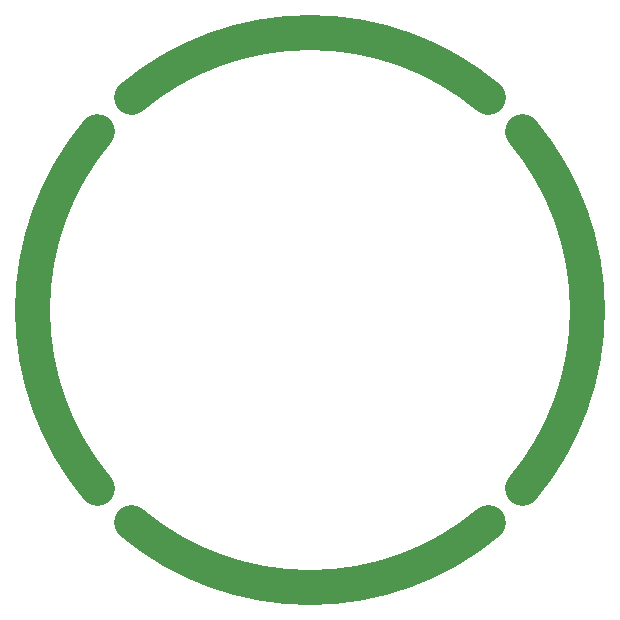
<source format=gbr>
G04 (created by PCBNEW (2013-01-21 BZR 3918)-testing) date Wed 23 Jan 2013 08:24:13 PM CET*
%MOIN*%
G04 Gerber Fmt 3.4, Leading zero omitted, Abs format*
%FSLAX34Y34*%
G01*
G70*
G90*
G04 APERTURE LIST*
%ADD10C,2.3622e-06*%
%ADD11C,0.1181*%
G04 APERTURE END LIST*
G54D10*
G54D11*
X25664Y-33795D02*
G75*
G02X23500Y-27850I7085J5945D01*
G74*
G01*
X25664Y-21904D02*
G75*
G03X23500Y-27850I7085J-5945D01*
G74*
G01*
X39835Y-21904D02*
G75*
G02X42000Y-27850I-7085J-5945D01*
G74*
G01*
X39835Y-33795D02*
G75*
G03X42000Y-27850I-7085J5945D01*
G74*
G01*
X26804Y-20764D02*
G75*
G02X32750Y-18600I5945J-7085D01*
G74*
G01*
X38695Y-34935D02*
G75*
G02X32750Y-37100I-5945J7085D01*
G74*
G01*
X26804Y-34935D02*
G75*
G03X32750Y-37100I5945J7085D01*
G74*
G01*
X38695Y-20764D02*
G75*
G03X32750Y-18600I-5945J-7085D01*
G74*
G01*
M02*

</source>
